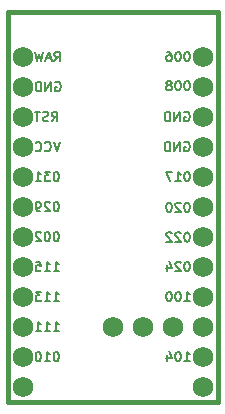
<source format=gbr>
%TF.GenerationSoftware,KiCad,Pcbnew,(6.0.7-1)-1*%
%TF.CreationDate,2022-09-19T22:00:20-07:00*%
%TF.ProjectId,karn-right,6b61726e-2d72-4696-9768-742e6b696361,rev?*%
%TF.SameCoordinates,Original*%
%TF.FileFunction,Legend,Bot*%
%TF.FilePolarity,Positive*%
%FSLAX46Y46*%
G04 Gerber Fmt 4.6, Leading zero omitted, Abs format (unit mm)*
G04 Created by KiCad (PCBNEW (6.0.7-1)-1) date 2022-09-19 22:00:20*
%MOMM*%
%LPD*%
G01*
G04 APERTURE LIST*
%ADD10C,0.150000*%
%ADD11C,0.381000*%
%ADD12C,1.752600*%
G04 APERTURE END LIST*
D10*
%TO.C,U1*%
X58896142Y-59381654D02*
X59353285Y-59381654D01*
X59124713Y-59381654D02*
X59124713Y-58581654D01*
X59200904Y-58695940D01*
X59277094Y-58772130D01*
X59353285Y-58810226D01*
X58134237Y-59381654D02*
X58591380Y-59381654D01*
X58362809Y-59381654D02*
X58362809Y-58581654D01*
X58438999Y-58695940D01*
X58515189Y-58772130D01*
X58591380Y-58810226D01*
X57372332Y-59381654D02*
X57829475Y-59381654D01*
X57600904Y-59381654D02*
X57600904Y-58581654D01*
X57677094Y-58695940D01*
X57753285Y-58772130D01*
X57829475Y-58810226D01*
X58750095Y-41601654D02*
X59016761Y-41220702D01*
X59207238Y-41601654D02*
X59207238Y-40801654D01*
X58902476Y-40801654D01*
X58826285Y-40839750D01*
X58788190Y-40877845D01*
X58750095Y-40954035D01*
X58750095Y-41068321D01*
X58788190Y-41144511D01*
X58826285Y-41182607D01*
X58902476Y-41220702D01*
X59207238Y-41220702D01*
X58445333Y-41563559D02*
X58331047Y-41601654D01*
X58140571Y-41601654D01*
X58064380Y-41563559D01*
X58026285Y-41525464D01*
X57988190Y-41449273D01*
X57988190Y-41373083D01*
X58026285Y-41296892D01*
X58064380Y-41258797D01*
X58140571Y-41220702D01*
X58292952Y-41182607D01*
X58369142Y-41144511D01*
X58407238Y-41106416D01*
X58445333Y-41030226D01*
X58445333Y-40954035D01*
X58407238Y-40877845D01*
X58369142Y-40839750D01*
X58292952Y-40801654D01*
X58102476Y-40801654D01*
X57988190Y-40839750D01*
X57759619Y-40801654D02*
X57302476Y-40801654D01*
X57531047Y-41601654D02*
X57531047Y-40801654D01*
X58896142Y-56841654D02*
X59353285Y-56841654D01*
X59124713Y-56841654D02*
X59124713Y-56041654D01*
X59200904Y-56155940D01*
X59277094Y-56232130D01*
X59353285Y-56270226D01*
X58134237Y-56841654D02*
X58591380Y-56841654D01*
X58362809Y-56841654D02*
X58362809Y-56041654D01*
X58438999Y-56155940D01*
X58515189Y-56232130D01*
X58591380Y-56270226D01*
X57867570Y-56041654D02*
X57372332Y-56041654D01*
X57638999Y-56346416D01*
X57524713Y-56346416D01*
X57448523Y-56384511D01*
X57410428Y-56422607D01*
X57372332Y-56498797D01*
X57372332Y-56689273D01*
X57410428Y-56765464D01*
X57448523Y-56803559D01*
X57524713Y-56841654D01*
X57753285Y-56841654D01*
X57829475Y-56803559D01*
X57867570Y-56765464D01*
X69970523Y-56841654D02*
X70427666Y-56841654D01*
X70199094Y-56841654D02*
X70199094Y-56041654D01*
X70275285Y-56155940D01*
X70351475Y-56232130D01*
X70427666Y-56270226D01*
X69475285Y-56041654D02*
X69399094Y-56041654D01*
X69322904Y-56079750D01*
X69284809Y-56117845D01*
X69246713Y-56194035D01*
X69208618Y-56346416D01*
X69208618Y-56536892D01*
X69246713Y-56689273D01*
X69284809Y-56765464D01*
X69322904Y-56803559D01*
X69399094Y-56841654D01*
X69475285Y-56841654D01*
X69551475Y-56803559D01*
X69589570Y-56765464D01*
X69627666Y-56689273D01*
X69665761Y-56536892D01*
X69665761Y-56346416D01*
X69627666Y-56194035D01*
X69589570Y-56117845D01*
X69551475Y-56079750D01*
X69475285Y-56041654D01*
X68713380Y-56041654D02*
X68637190Y-56041654D01*
X68560999Y-56079750D01*
X68522904Y-56117845D01*
X68484809Y-56194035D01*
X68446713Y-56346416D01*
X68446713Y-56536892D01*
X68484809Y-56689273D01*
X68522904Y-56765464D01*
X68560999Y-56803559D01*
X68637190Y-56841654D01*
X68713380Y-56841654D01*
X68789570Y-56803559D01*
X68827666Y-56765464D01*
X68865761Y-56689273D01*
X68903856Y-56536892D01*
X68903856Y-56346416D01*
X68865761Y-56194035D01*
X68827666Y-56117845D01*
X68789570Y-56079750D01*
X68713380Y-56041654D01*
X69970523Y-40839750D02*
X70046714Y-40801654D01*
X70161000Y-40801654D01*
X70275285Y-40839750D01*
X70351476Y-40915940D01*
X70389571Y-40992130D01*
X70427666Y-41144511D01*
X70427666Y-41258797D01*
X70389571Y-41411178D01*
X70351476Y-41487369D01*
X70275285Y-41563559D01*
X70161000Y-41601654D01*
X70084809Y-41601654D01*
X69970523Y-41563559D01*
X69932428Y-41525464D01*
X69932428Y-41258797D01*
X70084809Y-41258797D01*
X69589571Y-41601654D02*
X69589571Y-40801654D01*
X69132428Y-41601654D01*
X69132428Y-40801654D01*
X68751476Y-41601654D02*
X68751476Y-40801654D01*
X68561000Y-40801654D01*
X68446714Y-40839750D01*
X68370523Y-40915940D01*
X68332428Y-40992130D01*
X68294333Y-41144511D01*
X68294333Y-41258797D01*
X68332428Y-41411178D01*
X68370523Y-41487369D01*
X68446714Y-41563559D01*
X68561000Y-41601654D01*
X68751476Y-41601654D01*
X59162809Y-45881654D02*
X59086618Y-45881654D01*
X59010428Y-45919750D01*
X58972332Y-45957845D01*
X58934237Y-46034035D01*
X58896142Y-46186416D01*
X58896142Y-46376892D01*
X58934237Y-46529273D01*
X58972332Y-46605464D01*
X59010428Y-46643559D01*
X59086618Y-46681654D01*
X59162809Y-46681654D01*
X59238999Y-46643559D01*
X59277094Y-46605464D01*
X59315189Y-46529273D01*
X59353285Y-46376892D01*
X59353285Y-46186416D01*
X59315189Y-46034035D01*
X59277094Y-45957845D01*
X59238999Y-45919750D01*
X59162809Y-45881654D01*
X58629475Y-45881654D02*
X58134237Y-45881654D01*
X58400904Y-46186416D01*
X58286618Y-46186416D01*
X58210428Y-46224511D01*
X58172332Y-46262607D01*
X58134237Y-46338797D01*
X58134237Y-46529273D01*
X58172332Y-46605464D01*
X58210428Y-46643559D01*
X58286618Y-46681654D01*
X58515189Y-46681654D01*
X58591380Y-46643559D01*
X58629475Y-46605464D01*
X57372332Y-46681654D02*
X57829475Y-46681654D01*
X57600904Y-46681654D02*
X57600904Y-45881654D01*
X57677094Y-45995940D01*
X57753285Y-46072130D01*
X57829475Y-46110226D01*
X70237190Y-48491654D02*
X70160999Y-48491654D01*
X70084809Y-48529750D01*
X70046713Y-48567845D01*
X70008618Y-48644035D01*
X69970523Y-48796416D01*
X69970523Y-48986892D01*
X70008618Y-49139273D01*
X70046713Y-49215464D01*
X70084809Y-49253559D01*
X70160999Y-49291654D01*
X70237190Y-49291654D01*
X70313380Y-49253559D01*
X70351475Y-49215464D01*
X70389570Y-49139273D01*
X70427666Y-48986892D01*
X70427666Y-48796416D01*
X70389570Y-48644035D01*
X70351475Y-48567845D01*
X70313380Y-48529750D01*
X70237190Y-48491654D01*
X69665761Y-48567845D02*
X69627666Y-48529750D01*
X69551475Y-48491654D01*
X69360999Y-48491654D01*
X69284809Y-48529750D01*
X69246713Y-48567845D01*
X69208618Y-48644035D01*
X69208618Y-48720226D01*
X69246713Y-48834511D01*
X69703856Y-49291654D01*
X69208618Y-49291654D01*
X68713380Y-48491654D02*
X68637190Y-48491654D01*
X68560999Y-48529750D01*
X68522904Y-48567845D01*
X68484809Y-48644035D01*
X68446713Y-48796416D01*
X68446713Y-48986892D01*
X68484809Y-49139273D01*
X68522904Y-49215464D01*
X68560999Y-49253559D01*
X68637190Y-49291654D01*
X68713380Y-49291654D01*
X68789570Y-49253559D01*
X68827666Y-49215464D01*
X68865761Y-49139273D01*
X68903856Y-48986892D01*
X68903856Y-48796416D01*
X68865761Y-48644035D01*
X68827666Y-48567845D01*
X68789570Y-48529750D01*
X68713380Y-48491654D01*
X59162809Y-61121654D02*
X59086618Y-61121654D01*
X59010428Y-61159750D01*
X58972332Y-61197845D01*
X58934237Y-61274035D01*
X58896142Y-61426416D01*
X58896142Y-61616892D01*
X58934237Y-61769273D01*
X58972332Y-61845464D01*
X59010428Y-61883559D01*
X59086618Y-61921654D01*
X59162809Y-61921654D01*
X59238999Y-61883559D01*
X59277094Y-61845464D01*
X59315189Y-61769273D01*
X59353285Y-61616892D01*
X59353285Y-61426416D01*
X59315189Y-61274035D01*
X59277094Y-61197845D01*
X59238999Y-61159750D01*
X59162809Y-61121654D01*
X58134237Y-61921654D02*
X58591380Y-61921654D01*
X58362809Y-61921654D02*
X58362809Y-61121654D01*
X58438999Y-61235940D01*
X58515189Y-61312130D01*
X58591380Y-61350226D01*
X57638999Y-61121654D02*
X57562809Y-61121654D01*
X57486618Y-61159750D01*
X57448523Y-61197845D01*
X57410428Y-61274035D01*
X57372332Y-61426416D01*
X57372332Y-61616892D01*
X57410428Y-61769273D01*
X57448523Y-61845464D01*
X57486618Y-61883559D01*
X57562809Y-61921654D01*
X57638999Y-61921654D01*
X57715189Y-61883559D01*
X57753285Y-61845464D01*
X57791380Y-61769273D01*
X57829475Y-61616892D01*
X57829475Y-61426416D01*
X57791380Y-61274035D01*
X57753285Y-61197845D01*
X57715189Y-61159750D01*
X57638999Y-61121654D01*
X70237190Y-38191654D02*
X70160999Y-38191654D01*
X70084809Y-38229750D01*
X70046713Y-38267845D01*
X70008618Y-38344035D01*
X69970523Y-38496416D01*
X69970523Y-38686892D01*
X70008618Y-38839273D01*
X70046713Y-38915464D01*
X70084809Y-38953559D01*
X70160999Y-38991654D01*
X70237190Y-38991654D01*
X70313380Y-38953559D01*
X70351475Y-38915464D01*
X70389570Y-38839273D01*
X70427666Y-38686892D01*
X70427666Y-38496416D01*
X70389570Y-38344035D01*
X70351475Y-38267845D01*
X70313380Y-38229750D01*
X70237190Y-38191654D01*
X69475285Y-38191654D02*
X69399094Y-38191654D01*
X69322904Y-38229750D01*
X69284809Y-38267845D01*
X69246713Y-38344035D01*
X69208618Y-38496416D01*
X69208618Y-38686892D01*
X69246713Y-38839273D01*
X69284809Y-38915464D01*
X69322904Y-38953559D01*
X69399094Y-38991654D01*
X69475285Y-38991654D01*
X69551475Y-38953559D01*
X69589570Y-38915464D01*
X69627666Y-38839273D01*
X69665761Y-38686892D01*
X69665761Y-38496416D01*
X69627666Y-38344035D01*
X69589570Y-38267845D01*
X69551475Y-38229750D01*
X69475285Y-38191654D01*
X68751475Y-38534511D02*
X68827666Y-38496416D01*
X68865761Y-38458321D01*
X68903856Y-38382130D01*
X68903856Y-38344035D01*
X68865761Y-38267845D01*
X68827666Y-38229750D01*
X68751475Y-38191654D01*
X68599094Y-38191654D01*
X68522904Y-38229750D01*
X68484809Y-38267845D01*
X68446713Y-38344035D01*
X68446713Y-38382130D01*
X68484809Y-38458321D01*
X68522904Y-38496416D01*
X68599094Y-38534511D01*
X68751475Y-38534511D01*
X68827666Y-38572607D01*
X68865761Y-38610702D01*
X68903856Y-38686892D01*
X68903856Y-38839273D01*
X68865761Y-38915464D01*
X68827666Y-38953559D01*
X68751475Y-38991654D01*
X68599094Y-38991654D01*
X68522904Y-38953559D01*
X68484809Y-38915464D01*
X68446713Y-38839273D01*
X68446713Y-38686892D01*
X68484809Y-38610702D01*
X68522904Y-38572607D01*
X68599094Y-38534511D01*
X70237190Y-53501654D02*
X70160999Y-53501654D01*
X70084809Y-53539750D01*
X70046713Y-53577845D01*
X70008618Y-53654035D01*
X69970523Y-53806416D01*
X69970523Y-53996892D01*
X70008618Y-54149273D01*
X70046713Y-54225464D01*
X70084809Y-54263559D01*
X70160999Y-54301654D01*
X70237190Y-54301654D01*
X70313380Y-54263559D01*
X70351475Y-54225464D01*
X70389570Y-54149273D01*
X70427666Y-53996892D01*
X70427666Y-53806416D01*
X70389570Y-53654035D01*
X70351475Y-53577845D01*
X70313380Y-53539750D01*
X70237190Y-53501654D01*
X69665761Y-53577845D02*
X69627666Y-53539750D01*
X69551475Y-53501654D01*
X69360999Y-53501654D01*
X69284809Y-53539750D01*
X69246713Y-53577845D01*
X69208618Y-53654035D01*
X69208618Y-53730226D01*
X69246713Y-53844511D01*
X69703856Y-54301654D01*
X69208618Y-54301654D01*
X68522904Y-53768321D02*
X68522904Y-54301654D01*
X68713380Y-53463559D02*
X68903856Y-54034988D01*
X68408618Y-54034988D01*
X59054856Y-38299750D02*
X59131047Y-38261654D01*
X59245333Y-38261654D01*
X59359618Y-38299750D01*
X59435809Y-38375940D01*
X59473904Y-38452130D01*
X59511999Y-38604511D01*
X59511999Y-38718797D01*
X59473904Y-38871178D01*
X59435809Y-38947369D01*
X59359618Y-39023559D01*
X59245333Y-39061654D01*
X59169142Y-39061654D01*
X59054856Y-39023559D01*
X59016761Y-38985464D01*
X59016761Y-38718797D01*
X59169142Y-38718797D01*
X58673904Y-39061654D02*
X58673904Y-38261654D01*
X58216761Y-39061654D01*
X58216761Y-38261654D01*
X57835809Y-39061654D02*
X57835809Y-38261654D01*
X57645333Y-38261654D01*
X57531047Y-38299750D01*
X57454856Y-38375940D01*
X57416761Y-38452130D01*
X57378666Y-38604511D01*
X57378666Y-38718797D01*
X57416761Y-38871178D01*
X57454856Y-38947369D01*
X57531047Y-39023559D01*
X57645333Y-39061654D01*
X57835809Y-39061654D01*
X59162809Y-48421654D02*
X59086618Y-48421654D01*
X59010428Y-48459750D01*
X58972332Y-48497845D01*
X58934237Y-48574035D01*
X58896142Y-48726416D01*
X58896142Y-48916892D01*
X58934237Y-49069273D01*
X58972332Y-49145464D01*
X59010428Y-49183559D01*
X59086618Y-49221654D01*
X59162809Y-49221654D01*
X59238999Y-49183559D01*
X59277094Y-49145464D01*
X59315189Y-49069273D01*
X59353285Y-48916892D01*
X59353285Y-48726416D01*
X59315189Y-48574035D01*
X59277094Y-48497845D01*
X59238999Y-48459750D01*
X59162809Y-48421654D01*
X58591380Y-48497845D02*
X58553285Y-48459750D01*
X58477094Y-48421654D01*
X58286618Y-48421654D01*
X58210428Y-48459750D01*
X58172332Y-48497845D01*
X58134237Y-48574035D01*
X58134237Y-48650226D01*
X58172332Y-48764511D01*
X58629475Y-49221654D01*
X58134237Y-49221654D01*
X57753285Y-49221654D02*
X57600904Y-49221654D01*
X57524713Y-49183559D01*
X57486618Y-49145464D01*
X57410428Y-49031178D01*
X57372332Y-48878797D01*
X57372332Y-48574035D01*
X57410428Y-48497845D01*
X57448523Y-48459750D01*
X57524713Y-48421654D01*
X57677094Y-48421654D01*
X57753285Y-48459750D01*
X57791380Y-48497845D01*
X57829475Y-48574035D01*
X57829475Y-48764511D01*
X57791380Y-48840702D01*
X57753285Y-48878797D01*
X57677094Y-48916892D01*
X57524713Y-48916892D01*
X57448523Y-48878797D01*
X57410428Y-48840702D01*
X57372332Y-48764511D01*
X69970523Y-61921654D02*
X70427666Y-61921654D01*
X70199094Y-61921654D02*
X70199094Y-61121654D01*
X70275285Y-61235940D01*
X70351475Y-61312130D01*
X70427666Y-61350226D01*
X69475285Y-61121654D02*
X69399094Y-61121654D01*
X69322904Y-61159750D01*
X69284809Y-61197845D01*
X69246713Y-61274035D01*
X69208618Y-61426416D01*
X69208618Y-61616892D01*
X69246713Y-61769273D01*
X69284809Y-61845464D01*
X69322904Y-61883559D01*
X69399094Y-61921654D01*
X69475285Y-61921654D01*
X69551475Y-61883559D01*
X69589570Y-61845464D01*
X69627666Y-61769273D01*
X69665761Y-61616892D01*
X69665761Y-61426416D01*
X69627666Y-61274035D01*
X69589570Y-61197845D01*
X69551475Y-61159750D01*
X69475285Y-61121654D01*
X68522904Y-61388321D02*
X68522904Y-61921654D01*
X68713380Y-61083559D02*
X68903856Y-61654988D01*
X68408618Y-61654988D01*
X59162809Y-50961654D02*
X59086618Y-50961654D01*
X59010428Y-50999750D01*
X58972332Y-51037845D01*
X58934237Y-51114035D01*
X58896142Y-51266416D01*
X58896142Y-51456892D01*
X58934237Y-51609273D01*
X58972332Y-51685464D01*
X59010428Y-51723559D01*
X59086618Y-51761654D01*
X59162809Y-51761654D01*
X59238999Y-51723559D01*
X59277094Y-51685464D01*
X59315189Y-51609273D01*
X59353285Y-51456892D01*
X59353285Y-51266416D01*
X59315189Y-51114035D01*
X59277094Y-51037845D01*
X59238999Y-50999750D01*
X59162809Y-50961654D01*
X58400904Y-50961654D02*
X58324713Y-50961654D01*
X58248523Y-50999750D01*
X58210428Y-51037845D01*
X58172332Y-51114035D01*
X58134237Y-51266416D01*
X58134237Y-51456892D01*
X58172332Y-51609273D01*
X58210428Y-51685464D01*
X58248523Y-51723559D01*
X58324713Y-51761654D01*
X58400904Y-51761654D01*
X58477094Y-51723559D01*
X58515189Y-51685464D01*
X58553285Y-51609273D01*
X58591380Y-51456892D01*
X58591380Y-51266416D01*
X58553285Y-51114035D01*
X58515189Y-51037845D01*
X58477094Y-50999750D01*
X58400904Y-50961654D01*
X57829475Y-51037845D02*
X57791380Y-50999750D01*
X57715189Y-50961654D01*
X57524713Y-50961654D01*
X57448523Y-50999750D01*
X57410428Y-51037845D01*
X57372332Y-51114035D01*
X57372332Y-51190226D01*
X57410428Y-51304511D01*
X57867570Y-51761654D01*
X57372332Y-51761654D01*
X59429475Y-43341654D02*
X59162809Y-44141654D01*
X58896142Y-43341654D01*
X58172332Y-44065464D02*
X58210428Y-44103559D01*
X58324713Y-44141654D01*
X58400904Y-44141654D01*
X58515189Y-44103559D01*
X58591380Y-44027369D01*
X58629475Y-43951178D01*
X58667570Y-43798797D01*
X58667570Y-43684511D01*
X58629475Y-43532130D01*
X58591380Y-43455940D01*
X58515189Y-43379750D01*
X58400904Y-43341654D01*
X58324713Y-43341654D01*
X58210428Y-43379750D01*
X58172332Y-43417845D01*
X57372332Y-44065464D02*
X57410428Y-44103559D01*
X57524713Y-44141654D01*
X57600904Y-44141654D01*
X57715189Y-44103559D01*
X57791380Y-44027369D01*
X57829475Y-43951178D01*
X57867570Y-43798797D01*
X57867570Y-43684511D01*
X57829475Y-43532130D01*
X57791380Y-43455940D01*
X57715189Y-43379750D01*
X57600904Y-43341654D01*
X57524713Y-43341654D01*
X57410428Y-43379750D01*
X57372332Y-43417845D01*
X70237190Y-35721654D02*
X70160999Y-35721654D01*
X70084809Y-35759750D01*
X70046713Y-35797845D01*
X70008618Y-35874035D01*
X69970523Y-36026416D01*
X69970523Y-36216892D01*
X70008618Y-36369273D01*
X70046713Y-36445464D01*
X70084809Y-36483559D01*
X70160999Y-36521654D01*
X70237190Y-36521654D01*
X70313380Y-36483559D01*
X70351475Y-36445464D01*
X70389570Y-36369273D01*
X70427666Y-36216892D01*
X70427666Y-36026416D01*
X70389570Y-35874035D01*
X70351475Y-35797845D01*
X70313380Y-35759750D01*
X70237190Y-35721654D01*
X69475285Y-35721654D02*
X69399094Y-35721654D01*
X69322904Y-35759750D01*
X69284809Y-35797845D01*
X69246713Y-35874035D01*
X69208618Y-36026416D01*
X69208618Y-36216892D01*
X69246713Y-36369273D01*
X69284809Y-36445464D01*
X69322904Y-36483559D01*
X69399094Y-36521654D01*
X69475285Y-36521654D01*
X69551475Y-36483559D01*
X69589570Y-36445464D01*
X69627666Y-36369273D01*
X69665761Y-36216892D01*
X69665761Y-36026416D01*
X69627666Y-35874035D01*
X69589570Y-35797845D01*
X69551475Y-35759750D01*
X69475285Y-35721654D01*
X68522904Y-35721654D02*
X68675285Y-35721654D01*
X68751475Y-35759750D01*
X68789570Y-35797845D01*
X68865761Y-35912130D01*
X68903856Y-36064511D01*
X68903856Y-36369273D01*
X68865761Y-36445464D01*
X68827666Y-36483559D01*
X68751475Y-36521654D01*
X68599094Y-36521654D01*
X68522904Y-36483559D01*
X68484809Y-36445464D01*
X68446713Y-36369273D01*
X68446713Y-36178797D01*
X68484809Y-36102607D01*
X68522904Y-36064511D01*
X68599094Y-36026416D01*
X68751475Y-36026416D01*
X68827666Y-36064511D01*
X68865761Y-36102607D01*
X68903856Y-36178797D01*
X69970523Y-43379750D02*
X70046714Y-43341654D01*
X70161000Y-43341654D01*
X70275285Y-43379750D01*
X70351476Y-43455940D01*
X70389571Y-43532130D01*
X70427666Y-43684511D01*
X70427666Y-43798797D01*
X70389571Y-43951178D01*
X70351476Y-44027369D01*
X70275285Y-44103559D01*
X70161000Y-44141654D01*
X70084809Y-44141654D01*
X69970523Y-44103559D01*
X69932428Y-44065464D01*
X69932428Y-43798797D01*
X70084809Y-43798797D01*
X69589571Y-44141654D02*
X69589571Y-43341654D01*
X69132428Y-44141654D01*
X69132428Y-43341654D01*
X68751476Y-44141654D02*
X68751476Y-43341654D01*
X68561000Y-43341654D01*
X68446714Y-43379750D01*
X68370523Y-43455940D01*
X68332428Y-43532130D01*
X68294333Y-43684511D01*
X68294333Y-43798797D01*
X68332428Y-43951178D01*
X68370523Y-44027369D01*
X68446714Y-44103559D01*
X68561000Y-44141654D01*
X68751476Y-44141654D01*
X70237190Y-45891654D02*
X70160999Y-45891654D01*
X70084809Y-45929750D01*
X70046713Y-45967845D01*
X70008618Y-46044035D01*
X69970523Y-46196416D01*
X69970523Y-46386892D01*
X70008618Y-46539273D01*
X70046713Y-46615464D01*
X70084809Y-46653559D01*
X70160999Y-46691654D01*
X70237190Y-46691654D01*
X70313380Y-46653559D01*
X70351475Y-46615464D01*
X70389570Y-46539273D01*
X70427666Y-46386892D01*
X70427666Y-46196416D01*
X70389570Y-46044035D01*
X70351475Y-45967845D01*
X70313380Y-45929750D01*
X70237190Y-45891654D01*
X69208618Y-46691654D02*
X69665761Y-46691654D01*
X69437190Y-46691654D02*
X69437190Y-45891654D01*
X69513380Y-46005940D01*
X69589570Y-46082130D01*
X69665761Y-46120226D01*
X68941951Y-45891654D02*
X68408618Y-45891654D01*
X68751475Y-46691654D01*
X58896142Y-54301654D02*
X59353285Y-54301654D01*
X59124713Y-54301654D02*
X59124713Y-53501654D01*
X59200904Y-53615940D01*
X59277094Y-53692130D01*
X59353285Y-53730226D01*
X58134237Y-54301654D02*
X58591380Y-54301654D01*
X58362809Y-54301654D02*
X58362809Y-53501654D01*
X58438999Y-53615940D01*
X58515189Y-53692130D01*
X58591380Y-53730226D01*
X57410428Y-53501654D02*
X57791380Y-53501654D01*
X57829475Y-53882607D01*
X57791380Y-53844511D01*
X57715189Y-53806416D01*
X57524713Y-53806416D01*
X57448523Y-53844511D01*
X57410428Y-53882607D01*
X57372332Y-53958797D01*
X57372332Y-54149273D01*
X57410428Y-54225464D01*
X57448523Y-54263559D01*
X57524713Y-54301654D01*
X57715189Y-54301654D01*
X57791380Y-54263559D01*
X57829475Y-54225464D01*
X70237190Y-50991654D02*
X70160999Y-50991654D01*
X70084809Y-51029750D01*
X70046713Y-51067845D01*
X70008618Y-51144035D01*
X69970523Y-51296416D01*
X69970523Y-51486892D01*
X70008618Y-51639273D01*
X70046713Y-51715464D01*
X70084809Y-51753559D01*
X70160999Y-51791654D01*
X70237190Y-51791654D01*
X70313380Y-51753559D01*
X70351475Y-51715464D01*
X70389570Y-51639273D01*
X70427666Y-51486892D01*
X70427666Y-51296416D01*
X70389570Y-51144035D01*
X70351475Y-51067845D01*
X70313380Y-51029750D01*
X70237190Y-50991654D01*
X69665761Y-51067845D02*
X69627666Y-51029750D01*
X69551475Y-50991654D01*
X69360999Y-50991654D01*
X69284809Y-51029750D01*
X69246713Y-51067845D01*
X69208618Y-51144035D01*
X69208618Y-51220226D01*
X69246713Y-51334511D01*
X69703856Y-51791654D01*
X69208618Y-51791654D01*
X68903856Y-51067845D02*
X68865761Y-51029750D01*
X68789570Y-50991654D01*
X68599094Y-50991654D01*
X68522904Y-51029750D01*
X68484809Y-51067845D01*
X68446713Y-51144035D01*
X68446713Y-51220226D01*
X68484809Y-51334511D01*
X68941951Y-51791654D01*
X68446713Y-51791654D01*
X58978665Y-36521654D02*
X59245332Y-36140702D01*
X59435808Y-36521654D02*
X59435808Y-35721654D01*
X59131046Y-35721654D01*
X59054856Y-35759750D01*
X59016761Y-35797845D01*
X58978665Y-35874035D01*
X58978665Y-35988321D01*
X59016761Y-36064511D01*
X59054856Y-36102607D01*
X59131046Y-36140702D01*
X59435808Y-36140702D01*
X58673904Y-36293083D02*
X58292951Y-36293083D01*
X58750094Y-36521654D02*
X58483427Y-35721654D01*
X58216761Y-36521654D01*
X58026285Y-35721654D02*
X57835808Y-36521654D01*
X57683427Y-35950226D01*
X57531046Y-36521654D01*
X57340570Y-35721654D01*
D11*
X72790000Y-32349750D02*
X72790000Y-34889750D01*
X55010000Y-65369750D02*
X55010000Y-34889750D01*
X55010000Y-34889750D02*
X55010000Y-32349750D01*
X72790000Y-34889750D02*
X72790000Y-65369750D01*
X55010000Y-32349750D02*
X72790000Y-32349750D01*
X72790000Y-65369750D02*
X55010000Y-65369750D01*
%TD*%
D12*
%TO.C,U1*%
X63900000Y-59019750D03*
X66440000Y-59019750D03*
X68980000Y-59019750D03*
X56280000Y-36159750D03*
X56280000Y-38699750D03*
X56280000Y-41239750D03*
X56280000Y-43779750D03*
X56280000Y-46319750D03*
X56280000Y-48859750D03*
X56280000Y-51399750D03*
X56280000Y-53939750D03*
X56280000Y-56479750D03*
X56280000Y-59019750D03*
X56280000Y-61559750D03*
X56280000Y-64099750D03*
X71520000Y-64099750D03*
X71520000Y-61559750D03*
X71520000Y-59019750D03*
X71520000Y-56479750D03*
X71520000Y-53939750D03*
X71520000Y-51399750D03*
X71520000Y-48859750D03*
X71520000Y-46319750D03*
X71520000Y-43779750D03*
X71520000Y-41239750D03*
X71520000Y-38699750D03*
X71520000Y-36159750D03*
%TD*%
M02*

</source>
